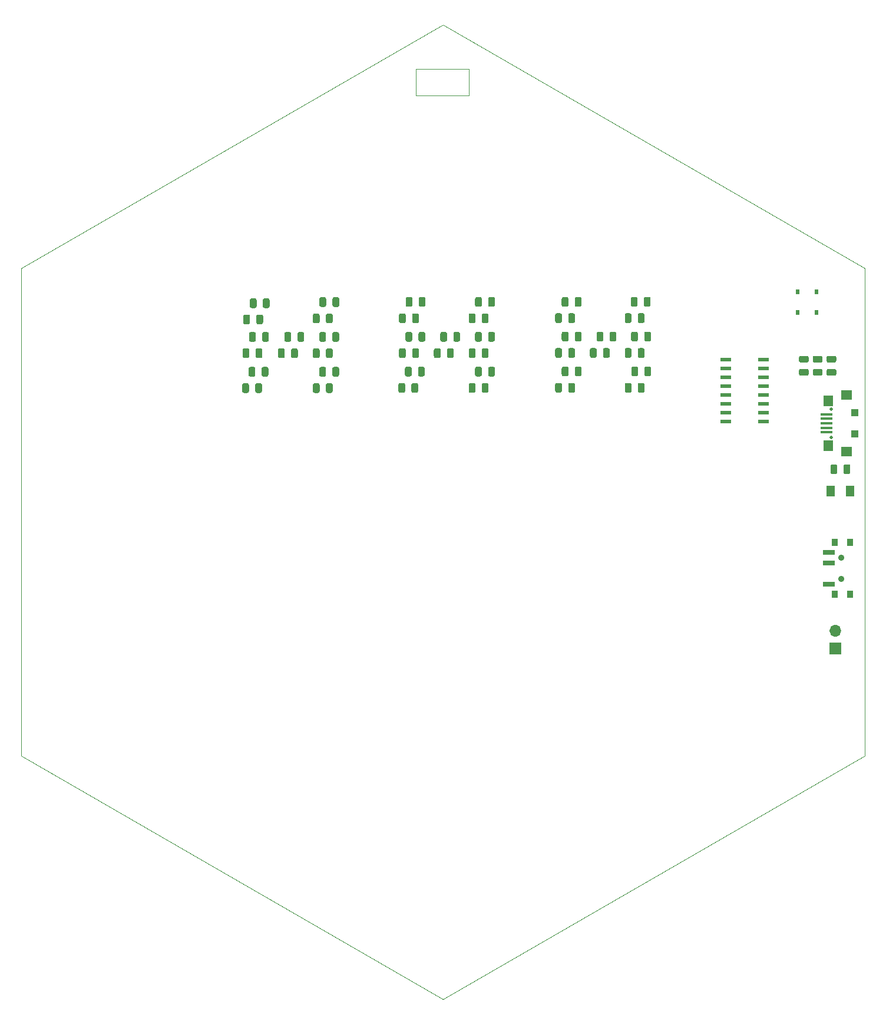
<source format=gbr>
G04 #@! TF.GenerationSoftware,KiCad,Pcbnew,(5.1.9)-1*
G04 #@! TF.CreationDate,2021-03-01T10:33:25-06:00*
G04 #@! TF.ProjectId,altbier_pcb_3d6,616c7462-6965-4725-9f70-63625f336436,1*
G04 #@! TF.SameCoordinates,Original*
G04 #@! TF.FileFunction,Soldermask,Top*
G04 #@! TF.FilePolarity,Negative*
%FSLAX46Y46*%
G04 Gerber Fmt 4.6, Leading zero omitted, Abs format (unit mm)*
G04 Created by KiCad (PCBNEW (5.1.9)-1) date 2021-03-01 10:33:25*
%MOMM*%
%LPD*%
G01*
G04 APERTURE LIST*
G04 #@! TA.AperFunction,Profile*
%ADD10C,0.100000*%
G04 #@! TD*
G04 #@! TA.AperFunction,Profile*
%ADD11C,0.050000*%
G04 #@! TD*
%ADD12R,1.250000X1.500000*%
%ADD13R,1.700000X1.700000*%
%ADD14O,1.700000X1.700000*%
%ADD15C,0.900000*%
%ADD16R,1.700000X0.700000*%
%ADD17R,0.900000X1.000000*%
%ADD18R,1.500000X0.600000*%
%ADD19R,1.000000X1.100000*%
%ADD20R,1.500000X1.350000*%
%ADD21C,0.500000*%
%ADD22R,1.800000X0.400000*%
%ADD23R,1.400000X1.500000*%
%ADD24R,0.600000X0.750000*%
G04 APERTURE END LIST*
D10*
X151104600Y-29286200D02*
X151104600Y-33096200D01*
X143484600Y-29286200D02*
X151104600Y-29286200D01*
X143484600Y-33096200D02*
X143484600Y-29286200D01*
X151104600Y-33096200D02*
X143484600Y-33096200D01*
D11*
X86741000Y-57889000D02*
X147362778Y-22889000D01*
X147362778Y-162889000D02*
X207984556Y-127889000D01*
X207984556Y-57889000D02*
X147362778Y-22889000D01*
X147362778Y-162889000D02*
X86741000Y-127889000D01*
X86741000Y-57889000D02*
X86741000Y-127889000D01*
X207984556Y-57889000D02*
X207984556Y-127889000D01*
D12*
G04 #@! TO.C,SW2*
X205870000Y-89916000D03*
X203070000Y-89916000D03*
G04 #@! TD*
D13*
G04 #@! TO.C,J2*
X203708000Y-112522000D03*
D14*
X203708000Y-109982000D03*
G04 #@! TD*
G04 #@! TO.C,C1*
G36*
G01*
X201649650Y-71432000D02*
X200737150Y-71432000D01*
G75*
G02*
X200493400Y-71188250I0J243750D01*
G01*
X200493400Y-70700750D01*
G75*
G02*
X200737150Y-70457000I243750J0D01*
G01*
X201649650Y-70457000D01*
G75*
G02*
X201893400Y-70700750I0J-243750D01*
G01*
X201893400Y-71188250D01*
G75*
G02*
X201649650Y-71432000I-243750J0D01*
G01*
G37*
G36*
G01*
X201649650Y-73307000D02*
X200737150Y-73307000D01*
G75*
G02*
X200493400Y-73063250I0J243750D01*
G01*
X200493400Y-72575750D01*
G75*
G02*
X200737150Y-72332000I243750J0D01*
G01*
X201649650Y-72332000D01*
G75*
G02*
X201893400Y-72575750I0J-243750D01*
G01*
X201893400Y-73063250D01*
G75*
G02*
X201649650Y-73307000I-243750J0D01*
G01*
G37*
G04 #@! TD*
G04 #@! TO.C,C2*
G36*
G01*
X199668450Y-71432000D02*
X198755950Y-71432000D01*
G75*
G02*
X198512200Y-71188250I0J243750D01*
G01*
X198512200Y-70700750D01*
G75*
G02*
X198755950Y-70457000I243750J0D01*
G01*
X199668450Y-70457000D01*
G75*
G02*
X199912200Y-70700750I0J-243750D01*
G01*
X199912200Y-71188250D01*
G75*
G02*
X199668450Y-71432000I-243750J0D01*
G01*
G37*
G36*
G01*
X199668450Y-73307000D02*
X198755950Y-73307000D01*
G75*
G02*
X198512200Y-73063250I0J243750D01*
G01*
X198512200Y-72575750D01*
G75*
G02*
X198755950Y-72332000I243750J0D01*
G01*
X199668450Y-72332000D01*
G75*
G02*
X199912200Y-72575750I0J-243750D01*
G01*
X199912200Y-73063250D01*
G75*
G02*
X199668450Y-73307000I-243750J0D01*
G01*
G37*
G04 #@! TD*
G04 #@! TO.C,R2*
G36*
G01*
X204920000Y-87197250D02*
X204920000Y-86284750D01*
G75*
G02*
X205163750Y-86041000I243750J0D01*
G01*
X205651250Y-86041000D01*
G75*
G02*
X205895000Y-86284750I0J-243750D01*
G01*
X205895000Y-87197250D01*
G75*
G02*
X205651250Y-87441000I-243750J0D01*
G01*
X205163750Y-87441000D01*
G75*
G02*
X204920000Y-87197250I0J243750D01*
G01*
G37*
G36*
G01*
X203045000Y-87197250D02*
X203045000Y-86284750D01*
G75*
G02*
X203288750Y-86041000I243750J0D01*
G01*
X203776250Y-86041000D01*
G75*
G02*
X204020000Y-86284750I0J-243750D01*
G01*
X204020000Y-87197250D01*
G75*
G02*
X203776250Y-87441000I-243750J0D01*
G01*
X203288750Y-87441000D01*
G75*
G02*
X203045000Y-87197250I0J243750D01*
G01*
G37*
G04 #@! TD*
G04 #@! TO.C,R3*
G36*
G01*
X203630850Y-71432000D02*
X202718350Y-71432000D01*
G75*
G02*
X202474600Y-71188250I0J243750D01*
G01*
X202474600Y-70700750D01*
G75*
G02*
X202718350Y-70457000I243750J0D01*
G01*
X203630850Y-70457000D01*
G75*
G02*
X203874600Y-70700750I0J-243750D01*
G01*
X203874600Y-71188250D01*
G75*
G02*
X203630850Y-71432000I-243750J0D01*
G01*
G37*
G36*
G01*
X203630850Y-73307000D02*
X202718350Y-73307000D01*
G75*
G02*
X202474600Y-73063250I0J243750D01*
G01*
X202474600Y-72575750D01*
G75*
G02*
X202718350Y-72332000I243750J0D01*
G01*
X203630850Y-72332000D01*
G75*
G02*
X203874600Y-72575750I0J-243750D01*
G01*
X203874600Y-73063250D01*
G75*
G02*
X203630850Y-73307000I-243750J0D01*
G01*
G37*
G04 #@! TD*
G04 #@! TO.C,R11*
G36*
G01*
X121455600Y-63346650D02*
X121455600Y-62434150D01*
G75*
G02*
X121699350Y-62190400I243750J0D01*
G01*
X122186850Y-62190400D01*
G75*
G02*
X122430600Y-62434150I0J-243750D01*
G01*
X122430600Y-63346650D01*
G75*
G02*
X122186850Y-63590400I-243750J0D01*
G01*
X121699350Y-63590400D01*
G75*
G02*
X121455600Y-63346650I0J243750D01*
G01*
G37*
G36*
G01*
X119580600Y-63346650D02*
X119580600Y-62434150D01*
G75*
G02*
X119824350Y-62190400I243750J0D01*
G01*
X120311850Y-62190400D01*
G75*
G02*
X120555600Y-62434150I0J-243750D01*
G01*
X120555600Y-63346650D01*
G75*
G02*
X120311850Y-63590400I-243750J0D01*
G01*
X119824350Y-63590400D01*
G75*
G02*
X119580600Y-63346650I0J243750D01*
G01*
G37*
G04 #@! TD*
G04 #@! TO.C,R12*
G36*
G01*
X131437800Y-73201850D02*
X131437800Y-72289350D01*
G75*
G02*
X131681550Y-72045600I243750J0D01*
G01*
X132169050Y-72045600D01*
G75*
G02*
X132412800Y-72289350I0J-243750D01*
G01*
X132412800Y-73201850D01*
G75*
G02*
X132169050Y-73445600I-243750J0D01*
G01*
X131681550Y-73445600D01*
G75*
G02*
X131437800Y-73201850I0J243750D01*
G01*
G37*
G36*
G01*
X129562800Y-73201850D02*
X129562800Y-72289350D01*
G75*
G02*
X129806550Y-72045600I243750J0D01*
G01*
X130294050Y-72045600D01*
G75*
G02*
X130537800Y-72289350I0J-243750D01*
G01*
X130537800Y-73201850D01*
G75*
G02*
X130294050Y-73445600I-243750J0D01*
G01*
X129806550Y-73445600D01*
G75*
G02*
X129562800Y-73201850I0J243750D01*
G01*
G37*
G04 #@! TD*
G04 #@! TO.C,R13*
G36*
G01*
X121354000Y-68198050D02*
X121354000Y-67285550D01*
G75*
G02*
X121597750Y-67041800I243750J0D01*
G01*
X122085250Y-67041800D01*
G75*
G02*
X122329000Y-67285550I0J-243750D01*
G01*
X122329000Y-68198050D01*
G75*
G02*
X122085250Y-68441800I-243750J0D01*
G01*
X121597750Y-68441800D01*
G75*
G02*
X121354000Y-68198050I0J243750D01*
G01*
G37*
G36*
G01*
X119479000Y-68198050D02*
X119479000Y-67285550D01*
G75*
G02*
X119722750Y-67041800I243750J0D01*
G01*
X120210250Y-67041800D01*
G75*
G02*
X120454000Y-67285550I0J-243750D01*
G01*
X120454000Y-68198050D01*
G75*
G02*
X120210250Y-68441800I-243750J0D01*
G01*
X119722750Y-68441800D01*
G75*
G02*
X119479000Y-68198050I0J243750D01*
G01*
G37*
G04 #@! TD*
G04 #@! TO.C,R14*
G36*
G01*
X131437800Y-68198050D02*
X131437800Y-67285550D01*
G75*
G02*
X131681550Y-67041800I243750J0D01*
G01*
X132169050Y-67041800D01*
G75*
G02*
X132412800Y-67285550I0J-243750D01*
G01*
X132412800Y-68198050D01*
G75*
G02*
X132169050Y-68441800I-243750J0D01*
G01*
X131681550Y-68441800D01*
G75*
G02*
X131437800Y-68198050I0J243750D01*
G01*
G37*
G36*
G01*
X129562800Y-68198050D02*
X129562800Y-67285550D01*
G75*
G02*
X129806550Y-67041800I243750J0D01*
G01*
X130294050Y-67041800D01*
G75*
G02*
X130537800Y-67285550I0J-243750D01*
G01*
X130537800Y-68198050D01*
G75*
G02*
X130294050Y-68441800I-243750J0D01*
G01*
X129806550Y-68441800D01*
G75*
G02*
X129562800Y-68198050I0J243750D01*
G01*
G37*
G04 #@! TD*
G04 #@! TO.C,R15*
G36*
G01*
X121277800Y-73201850D02*
X121277800Y-72289350D01*
G75*
G02*
X121521550Y-72045600I243750J0D01*
G01*
X122009050Y-72045600D01*
G75*
G02*
X122252800Y-72289350I0J-243750D01*
G01*
X122252800Y-73201850D01*
G75*
G02*
X122009050Y-73445600I-243750J0D01*
G01*
X121521550Y-73445600D01*
G75*
G02*
X121277800Y-73201850I0J243750D01*
G01*
G37*
G36*
G01*
X119402800Y-73201850D02*
X119402800Y-72289350D01*
G75*
G02*
X119646550Y-72045600I243750J0D01*
G01*
X120134050Y-72045600D01*
G75*
G02*
X120377800Y-72289350I0J-243750D01*
G01*
X120377800Y-73201850D01*
G75*
G02*
X120134050Y-73445600I-243750J0D01*
G01*
X119646550Y-73445600D01*
G75*
G02*
X119402800Y-73201850I0J243750D01*
G01*
G37*
G04 #@! TD*
G04 #@! TO.C,R16*
G36*
G01*
X131463200Y-63194250D02*
X131463200Y-62281750D01*
G75*
G02*
X131706950Y-62038000I243750J0D01*
G01*
X132194450Y-62038000D01*
G75*
G02*
X132438200Y-62281750I0J-243750D01*
G01*
X132438200Y-63194250D01*
G75*
G02*
X132194450Y-63438000I-243750J0D01*
G01*
X131706950Y-63438000D01*
G75*
G02*
X131463200Y-63194250I0J243750D01*
G01*
G37*
G36*
G01*
X129588200Y-63194250D02*
X129588200Y-62281750D01*
G75*
G02*
X129831950Y-62038000I243750J0D01*
G01*
X130319450Y-62038000D01*
G75*
G02*
X130563200Y-62281750I0J-243750D01*
G01*
X130563200Y-63194250D01*
G75*
G02*
X130319450Y-63438000I-243750J0D01*
G01*
X129831950Y-63438000D01*
G75*
G02*
X129588200Y-63194250I0J243750D01*
G01*
G37*
G04 #@! TD*
G04 #@! TO.C,R17*
G36*
G01*
X126434000Y-68198050D02*
X126434000Y-67285550D01*
G75*
G02*
X126677750Y-67041800I243750J0D01*
G01*
X127165250Y-67041800D01*
G75*
G02*
X127409000Y-67285550I0J-243750D01*
G01*
X127409000Y-68198050D01*
G75*
G02*
X127165250Y-68441800I-243750J0D01*
G01*
X126677750Y-68441800D01*
G75*
G02*
X126434000Y-68198050I0J243750D01*
G01*
G37*
G36*
G01*
X124559000Y-68198050D02*
X124559000Y-67285550D01*
G75*
G02*
X124802750Y-67041800I243750J0D01*
G01*
X125290250Y-67041800D01*
G75*
G02*
X125534000Y-67285550I0J-243750D01*
G01*
X125534000Y-68198050D01*
G75*
G02*
X125290250Y-68441800I-243750J0D01*
G01*
X124802750Y-68441800D01*
G75*
G02*
X124559000Y-68198050I0J243750D01*
G01*
G37*
G04 #@! TD*
G04 #@! TO.C,R21*
G36*
G01*
X143858400Y-63168850D02*
X143858400Y-62256350D01*
G75*
G02*
X144102150Y-62012600I243750J0D01*
G01*
X144589650Y-62012600D01*
G75*
G02*
X144833400Y-62256350I0J-243750D01*
G01*
X144833400Y-63168850D01*
G75*
G02*
X144589650Y-63412600I-243750J0D01*
G01*
X144102150Y-63412600D01*
G75*
G02*
X143858400Y-63168850I0J243750D01*
G01*
G37*
G36*
G01*
X141983400Y-63168850D02*
X141983400Y-62256350D01*
G75*
G02*
X142227150Y-62012600I243750J0D01*
G01*
X142714650Y-62012600D01*
G75*
G02*
X142958400Y-62256350I0J-243750D01*
G01*
X142958400Y-63168850D01*
G75*
G02*
X142714650Y-63412600I-243750J0D01*
G01*
X142227150Y-63412600D01*
G75*
G02*
X141983400Y-63168850I0J243750D01*
G01*
G37*
G04 #@! TD*
G04 #@! TO.C,R22*
G36*
G01*
X153840600Y-73176450D02*
X153840600Y-72263950D01*
G75*
G02*
X154084350Y-72020200I243750J0D01*
G01*
X154571850Y-72020200D01*
G75*
G02*
X154815600Y-72263950I0J-243750D01*
G01*
X154815600Y-73176450D01*
G75*
G02*
X154571850Y-73420200I-243750J0D01*
G01*
X154084350Y-73420200D01*
G75*
G02*
X153840600Y-73176450I0J243750D01*
G01*
G37*
G36*
G01*
X151965600Y-73176450D02*
X151965600Y-72263950D01*
G75*
G02*
X152209350Y-72020200I243750J0D01*
G01*
X152696850Y-72020200D01*
G75*
G02*
X152940600Y-72263950I0J-243750D01*
G01*
X152940600Y-73176450D01*
G75*
G02*
X152696850Y-73420200I-243750J0D01*
G01*
X152209350Y-73420200D01*
G75*
G02*
X151965600Y-73176450I0J243750D01*
G01*
G37*
G04 #@! TD*
G04 #@! TO.C,R23*
G36*
G01*
X143833000Y-68172650D02*
X143833000Y-67260150D01*
G75*
G02*
X144076750Y-67016400I243750J0D01*
G01*
X144564250Y-67016400D01*
G75*
G02*
X144808000Y-67260150I0J-243750D01*
G01*
X144808000Y-68172650D01*
G75*
G02*
X144564250Y-68416400I-243750J0D01*
G01*
X144076750Y-68416400D01*
G75*
G02*
X143833000Y-68172650I0J243750D01*
G01*
G37*
G36*
G01*
X141958000Y-68172650D02*
X141958000Y-67260150D01*
G75*
G02*
X142201750Y-67016400I243750J0D01*
G01*
X142689250Y-67016400D01*
G75*
G02*
X142933000Y-67260150I0J-243750D01*
G01*
X142933000Y-68172650D01*
G75*
G02*
X142689250Y-68416400I-243750J0D01*
G01*
X142201750Y-68416400D01*
G75*
G02*
X141958000Y-68172650I0J243750D01*
G01*
G37*
G04 #@! TD*
G04 #@! TO.C,R24*
G36*
G01*
X153840600Y-68172650D02*
X153840600Y-67260150D01*
G75*
G02*
X154084350Y-67016400I243750J0D01*
G01*
X154571850Y-67016400D01*
G75*
G02*
X154815600Y-67260150I0J-243750D01*
G01*
X154815600Y-68172650D01*
G75*
G02*
X154571850Y-68416400I-243750J0D01*
G01*
X154084350Y-68416400D01*
G75*
G02*
X153840600Y-68172650I0J243750D01*
G01*
G37*
G36*
G01*
X151965600Y-68172650D02*
X151965600Y-67260150D01*
G75*
G02*
X152209350Y-67016400I243750J0D01*
G01*
X152696850Y-67016400D01*
G75*
G02*
X152940600Y-67260150I0J-243750D01*
G01*
X152940600Y-68172650D01*
G75*
G02*
X152696850Y-68416400I-243750J0D01*
G01*
X152209350Y-68416400D01*
G75*
G02*
X151965600Y-68172650I0J243750D01*
G01*
G37*
G04 #@! TD*
G04 #@! TO.C,R25*
G36*
G01*
X143756800Y-73176450D02*
X143756800Y-72263950D01*
G75*
G02*
X144000550Y-72020200I243750J0D01*
G01*
X144488050Y-72020200D01*
G75*
G02*
X144731800Y-72263950I0J-243750D01*
G01*
X144731800Y-73176450D01*
G75*
G02*
X144488050Y-73420200I-243750J0D01*
G01*
X144000550Y-73420200D01*
G75*
G02*
X143756800Y-73176450I0J243750D01*
G01*
G37*
G36*
G01*
X141881800Y-73176450D02*
X141881800Y-72263950D01*
G75*
G02*
X142125550Y-72020200I243750J0D01*
G01*
X142613050Y-72020200D01*
G75*
G02*
X142856800Y-72263950I0J-243750D01*
G01*
X142856800Y-73176450D01*
G75*
G02*
X142613050Y-73420200I-243750J0D01*
G01*
X142125550Y-73420200D01*
G75*
G02*
X141881800Y-73176450I0J243750D01*
G01*
G37*
G04 #@! TD*
G04 #@! TO.C,R26*
G36*
G01*
X153840600Y-63168850D02*
X153840600Y-62256350D01*
G75*
G02*
X154084350Y-62012600I243750J0D01*
G01*
X154571850Y-62012600D01*
G75*
G02*
X154815600Y-62256350I0J-243750D01*
G01*
X154815600Y-63168850D01*
G75*
G02*
X154571850Y-63412600I-243750J0D01*
G01*
X154084350Y-63412600D01*
G75*
G02*
X153840600Y-63168850I0J243750D01*
G01*
G37*
G36*
G01*
X151965600Y-63168850D02*
X151965600Y-62256350D01*
G75*
G02*
X152209350Y-62012600I243750J0D01*
G01*
X152696850Y-62012600D01*
G75*
G02*
X152940600Y-62256350I0J-243750D01*
G01*
X152940600Y-63168850D01*
G75*
G02*
X152696850Y-63412600I-243750J0D01*
G01*
X152209350Y-63412600D01*
G75*
G02*
X151965600Y-63168850I0J243750D01*
G01*
G37*
G04 #@! TD*
G04 #@! TO.C,R27*
G36*
G01*
X148836800Y-68172650D02*
X148836800Y-67260150D01*
G75*
G02*
X149080550Y-67016400I243750J0D01*
G01*
X149568050Y-67016400D01*
G75*
G02*
X149811800Y-67260150I0J-243750D01*
G01*
X149811800Y-68172650D01*
G75*
G02*
X149568050Y-68416400I-243750J0D01*
G01*
X149080550Y-68416400D01*
G75*
G02*
X148836800Y-68172650I0J243750D01*
G01*
G37*
G36*
G01*
X146961800Y-68172650D02*
X146961800Y-67260150D01*
G75*
G02*
X147205550Y-67016400I243750J0D01*
G01*
X147693050Y-67016400D01*
G75*
G02*
X147936800Y-67260150I0J-243750D01*
G01*
X147936800Y-68172650D01*
G75*
G02*
X147693050Y-68416400I-243750J0D01*
G01*
X147205550Y-68416400D01*
G75*
G02*
X146961800Y-68172650I0J243750D01*
G01*
G37*
G04 #@! TD*
G04 #@! TO.C,R31*
G36*
G01*
X166286600Y-63168850D02*
X166286600Y-62256350D01*
G75*
G02*
X166530350Y-62012600I243750J0D01*
G01*
X167017850Y-62012600D01*
G75*
G02*
X167261600Y-62256350I0J-243750D01*
G01*
X167261600Y-63168850D01*
G75*
G02*
X167017850Y-63412600I-243750J0D01*
G01*
X166530350Y-63412600D01*
G75*
G02*
X166286600Y-63168850I0J243750D01*
G01*
G37*
G36*
G01*
X164411600Y-63168850D02*
X164411600Y-62256350D01*
G75*
G02*
X164655350Y-62012600I243750J0D01*
G01*
X165142850Y-62012600D01*
G75*
G02*
X165386600Y-62256350I0J-243750D01*
G01*
X165386600Y-63168850D01*
G75*
G02*
X165142850Y-63412600I-243750J0D01*
G01*
X164655350Y-63412600D01*
G75*
G02*
X164411600Y-63168850I0J243750D01*
G01*
G37*
G04 #@! TD*
G04 #@! TO.C,R32*
G36*
G01*
X176294200Y-73151050D02*
X176294200Y-72238550D01*
G75*
G02*
X176537950Y-71994800I243750J0D01*
G01*
X177025450Y-71994800D01*
G75*
G02*
X177269200Y-72238550I0J-243750D01*
G01*
X177269200Y-73151050D01*
G75*
G02*
X177025450Y-73394800I-243750J0D01*
G01*
X176537950Y-73394800D01*
G75*
G02*
X176294200Y-73151050I0J243750D01*
G01*
G37*
G36*
G01*
X174419200Y-73151050D02*
X174419200Y-72238550D01*
G75*
G02*
X174662950Y-71994800I243750J0D01*
G01*
X175150450Y-71994800D01*
G75*
G02*
X175394200Y-72238550I0J-243750D01*
G01*
X175394200Y-73151050D01*
G75*
G02*
X175150450Y-73394800I-243750J0D01*
G01*
X174662950Y-73394800D01*
G75*
G02*
X174419200Y-73151050I0J243750D01*
G01*
G37*
G04 #@! TD*
G04 #@! TO.C,R33*
G36*
G01*
X166286600Y-68147250D02*
X166286600Y-67234750D01*
G75*
G02*
X166530350Y-66991000I243750J0D01*
G01*
X167017850Y-66991000D01*
G75*
G02*
X167261600Y-67234750I0J-243750D01*
G01*
X167261600Y-68147250D01*
G75*
G02*
X167017850Y-68391000I-243750J0D01*
G01*
X166530350Y-68391000D01*
G75*
G02*
X166286600Y-68147250I0J243750D01*
G01*
G37*
G36*
G01*
X164411600Y-68147250D02*
X164411600Y-67234750D01*
G75*
G02*
X164655350Y-66991000I243750J0D01*
G01*
X165142850Y-66991000D01*
G75*
G02*
X165386600Y-67234750I0J-243750D01*
G01*
X165386600Y-68147250D01*
G75*
G02*
X165142850Y-68391000I-243750J0D01*
G01*
X164655350Y-68391000D01*
G75*
G02*
X164411600Y-68147250I0J243750D01*
G01*
G37*
G04 #@! TD*
G04 #@! TO.C,R34*
G36*
G01*
X176268800Y-68147250D02*
X176268800Y-67234750D01*
G75*
G02*
X176512550Y-66991000I243750J0D01*
G01*
X177000050Y-66991000D01*
G75*
G02*
X177243800Y-67234750I0J-243750D01*
G01*
X177243800Y-68147250D01*
G75*
G02*
X177000050Y-68391000I-243750J0D01*
G01*
X176512550Y-68391000D01*
G75*
G02*
X176268800Y-68147250I0J243750D01*
G01*
G37*
G36*
G01*
X174393800Y-68147250D02*
X174393800Y-67234750D01*
G75*
G02*
X174637550Y-66991000I243750J0D01*
G01*
X175125050Y-66991000D01*
G75*
G02*
X175368800Y-67234750I0J-243750D01*
G01*
X175368800Y-68147250D01*
G75*
G02*
X175125050Y-68391000I-243750J0D01*
G01*
X174637550Y-68391000D01*
G75*
G02*
X174393800Y-68147250I0J243750D01*
G01*
G37*
G04 #@! TD*
G04 #@! TO.C,R35*
G36*
G01*
X165386600Y-72238550D02*
X165386600Y-73151050D01*
G75*
G02*
X165142850Y-73394800I-243750J0D01*
G01*
X164655350Y-73394800D01*
G75*
G02*
X164411600Y-73151050I0J243750D01*
G01*
X164411600Y-72238550D01*
G75*
G02*
X164655350Y-71994800I243750J0D01*
G01*
X165142850Y-71994800D01*
G75*
G02*
X165386600Y-72238550I0J-243750D01*
G01*
G37*
G36*
G01*
X167261600Y-72238550D02*
X167261600Y-73151050D01*
G75*
G02*
X167017850Y-73394800I-243750J0D01*
G01*
X166530350Y-73394800D01*
G75*
G02*
X166286600Y-73151050I0J243750D01*
G01*
X166286600Y-72238550D01*
G75*
G02*
X166530350Y-71994800I243750J0D01*
G01*
X167017850Y-71994800D01*
G75*
G02*
X167261600Y-72238550I0J-243750D01*
G01*
G37*
G04 #@! TD*
G04 #@! TO.C,R36*
G36*
G01*
X175318000Y-62230950D02*
X175318000Y-63143450D01*
G75*
G02*
X175074250Y-63387200I-243750J0D01*
G01*
X174586750Y-63387200D01*
G75*
G02*
X174343000Y-63143450I0J243750D01*
G01*
X174343000Y-62230950D01*
G75*
G02*
X174586750Y-61987200I243750J0D01*
G01*
X175074250Y-61987200D01*
G75*
G02*
X175318000Y-62230950I0J-243750D01*
G01*
G37*
G36*
G01*
X177193000Y-62230950D02*
X177193000Y-63143450D01*
G75*
G02*
X176949250Y-63387200I-243750J0D01*
G01*
X176461750Y-63387200D01*
G75*
G02*
X176218000Y-63143450I0J243750D01*
G01*
X176218000Y-62230950D01*
G75*
G02*
X176461750Y-61987200I243750J0D01*
G01*
X176949250Y-61987200D01*
G75*
G02*
X177193000Y-62230950I0J-243750D01*
G01*
G37*
G04 #@! TD*
G04 #@! TO.C,R37*
G36*
G01*
X171290400Y-68147250D02*
X171290400Y-67234750D01*
G75*
G02*
X171534150Y-66991000I243750J0D01*
G01*
X172021650Y-66991000D01*
G75*
G02*
X172265400Y-67234750I0J-243750D01*
G01*
X172265400Y-68147250D01*
G75*
G02*
X172021650Y-68391000I-243750J0D01*
G01*
X171534150Y-68391000D01*
G75*
G02*
X171290400Y-68147250I0J243750D01*
G01*
G37*
G36*
G01*
X169415400Y-68147250D02*
X169415400Y-67234750D01*
G75*
G02*
X169659150Y-66991000I243750J0D01*
G01*
X170146650Y-66991000D01*
G75*
G02*
X170390400Y-67234750I0J-243750D01*
G01*
X170390400Y-68147250D01*
G75*
G02*
X170146650Y-68391000I-243750J0D01*
G01*
X169659150Y-68391000D01*
G75*
G02*
X169415400Y-68147250I0J243750D01*
G01*
G37*
G04 #@! TD*
G04 #@! TO.C,D31*
G36*
G01*
X165351000Y-65499450D02*
X165351000Y-64586950D01*
G75*
G02*
X165594750Y-64343200I243750J0D01*
G01*
X166082250Y-64343200D01*
G75*
G02*
X166326000Y-64586950I0J-243750D01*
G01*
X166326000Y-65499450D01*
G75*
G02*
X166082250Y-65743200I-243750J0D01*
G01*
X165594750Y-65743200D01*
G75*
G02*
X165351000Y-65499450I0J243750D01*
G01*
G37*
G36*
G01*
X163476000Y-65499450D02*
X163476000Y-64586950D01*
G75*
G02*
X163719750Y-64343200I243750J0D01*
G01*
X164207250Y-64343200D01*
G75*
G02*
X164451000Y-64586950I0J-243750D01*
G01*
X164451000Y-65499450D01*
G75*
G02*
X164207250Y-65743200I-243750J0D01*
G01*
X163719750Y-65743200D01*
G75*
G02*
X163476000Y-65499450I0J243750D01*
G01*
G37*
G04 #@! TD*
G04 #@! TO.C,D32*
G36*
G01*
X175351000Y-75499450D02*
X175351000Y-74586950D01*
G75*
G02*
X175594750Y-74343200I243750J0D01*
G01*
X176082250Y-74343200D01*
G75*
G02*
X176326000Y-74586950I0J-243750D01*
G01*
X176326000Y-75499450D01*
G75*
G02*
X176082250Y-75743200I-243750J0D01*
G01*
X175594750Y-75743200D01*
G75*
G02*
X175351000Y-75499450I0J243750D01*
G01*
G37*
G36*
G01*
X173476000Y-75499450D02*
X173476000Y-74586950D01*
G75*
G02*
X173719750Y-74343200I243750J0D01*
G01*
X174207250Y-74343200D01*
G75*
G02*
X174451000Y-74586950I0J-243750D01*
G01*
X174451000Y-75499450D01*
G75*
G02*
X174207250Y-75743200I-243750J0D01*
G01*
X173719750Y-75743200D01*
G75*
G02*
X173476000Y-75499450I0J243750D01*
G01*
G37*
G04 #@! TD*
G04 #@! TO.C,D33*
G36*
G01*
X165351000Y-70499450D02*
X165351000Y-69586950D01*
G75*
G02*
X165594750Y-69343200I243750J0D01*
G01*
X166082250Y-69343200D01*
G75*
G02*
X166326000Y-69586950I0J-243750D01*
G01*
X166326000Y-70499450D01*
G75*
G02*
X166082250Y-70743200I-243750J0D01*
G01*
X165594750Y-70743200D01*
G75*
G02*
X165351000Y-70499450I0J243750D01*
G01*
G37*
G36*
G01*
X163476000Y-70499450D02*
X163476000Y-69586950D01*
G75*
G02*
X163719750Y-69343200I243750J0D01*
G01*
X164207250Y-69343200D01*
G75*
G02*
X164451000Y-69586950I0J-243750D01*
G01*
X164451000Y-70499450D01*
G75*
G02*
X164207250Y-70743200I-243750J0D01*
G01*
X163719750Y-70743200D01*
G75*
G02*
X163476000Y-70499450I0J243750D01*
G01*
G37*
G04 #@! TD*
G04 #@! TO.C,D34*
G36*
G01*
X175351000Y-70499450D02*
X175351000Y-69586950D01*
G75*
G02*
X175594750Y-69343200I243750J0D01*
G01*
X176082250Y-69343200D01*
G75*
G02*
X176326000Y-69586950I0J-243750D01*
G01*
X176326000Y-70499450D01*
G75*
G02*
X176082250Y-70743200I-243750J0D01*
G01*
X175594750Y-70743200D01*
G75*
G02*
X175351000Y-70499450I0J243750D01*
G01*
G37*
G36*
G01*
X173476000Y-70499450D02*
X173476000Y-69586950D01*
G75*
G02*
X173719750Y-69343200I243750J0D01*
G01*
X174207250Y-69343200D01*
G75*
G02*
X174451000Y-69586950I0J-243750D01*
G01*
X174451000Y-70499450D01*
G75*
G02*
X174207250Y-70743200I-243750J0D01*
G01*
X173719750Y-70743200D01*
G75*
G02*
X173476000Y-70499450I0J243750D01*
G01*
G37*
G04 #@! TD*
G04 #@! TO.C,D35*
G36*
G01*
X165351000Y-75499450D02*
X165351000Y-74586950D01*
G75*
G02*
X165594750Y-74343200I243750J0D01*
G01*
X166082250Y-74343200D01*
G75*
G02*
X166326000Y-74586950I0J-243750D01*
G01*
X166326000Y-75499450D01*
G75*
G02*
X166082250Y-75743200I-243750J0D01*
G01*
X165594750Y-75743200D01*
G75*
G02*
X165351000Y-75499450I0J243750D01*
G01*
G37*
G36*
G01*
X163476000Y-75499450D02*
X163476000Y-74586950D01*
G75*
G02*
X163719750Y-74343200I243750J0D01*
G01*
X164207250Y-74343200D01*
G75*
G02*
X164451000Y-74586950I0J-243750D01*
G01*
X164451000Y-75499450D01*
G75*
G02*
X164207250Y-75743200I-243750J0D01*
G01*
X163719750Y-75743200D01*
G75*
G02*
X163476000Y-75499450I0J243750D01*
G01*
G37*
G04 #@! TD*
G04 #@! TO.C,D36*
G36*
G01*
X175351000Y-65499450D02*
X175351000Y-64586950D01*
G75*
G02*
X175594750Y-64343200I243750J0D01*
G01*
X176082250Y-64343200D01*
G75*
G02*
X176326000Y-64586950I0J-243750D01*
G01*
X176326000Y-65499450D01*
G75*
G02*
X176082250Y-65743200I-243750J0D01*
G01*
X175594750Y-65743200D01*
G75*
G02*
X175351000Y-65499450I0J243750D01*
G01*
G37*
G36*
G01*
X173476000Y-65499450D02*
X173476000Y-64586950D01*
G75*
G02*
X173719750Y-64343200I243750J0D01*
G01*
X174207250Y-64343200D01*
G75*
G02*
X174451000Y-64586950I0J-243750D01*
G01*
X174451000Y-65499450D01*
G75*
G02*
X174207250Y-65743200I-243750J0D01*
G01*
X173719750Y-65743200D01*
G75*
G02*
X173476000Y-65499450I0J243750D01*
G01*
G37*
G04 #@! TD*
G04 #@! TO.C,D37*
G36*
G01*
X170351000Y-70499450D02*
X170351000Y-69586950D01*
G75*
G02*
X170594750Y-69343200I243750J0D01*
G01*
X171082250Y-69343200D01*
G75*
G02*
X171326000Y-69586950I0J-243750D01*
G01*
X171326000Y-70499450D01*
G75*
G02*
X171082250Y-70743200I-243750J0D01*
G01*
X170594750Y-70743200D01*
G75*
G02*
X170351000Y-70499450I0J243750D01*
G01*
G37*
G36*
G01*
X168476000Y-70499450D02*
X168476000Y-69586950D01*
G75*
G02*
X168719750Y-69343200I243750J0D01*
G01*
X169207250Y-69343200D01*
G75*
G02*
X169451000Y-69586950I0J-243750D01*
G01*
X169451000Y-70499450D01*
G75*
G02*
X169207250Y-70743200I-243750J0D01*
G01*
X168719750Y-70743200D01*
G75*
G02*
X168476000Y-70499450I0J243750D01*
G01*
G37*
G04 #@! TD*
G04 #@! TO.C,D21*
G36*
G01*
X142913350Y-65522606D02*
X142913350Y-64610106D01*
G75*
G02*
X143157100Y-64366356I243750J0D01*
G01*
X143644600Y-64366356D01*
G75*
G02*
X143888350Y-64610106I0J-243750D01*
G01*
X143888350Y-65522606D01*
G75*
G02*
X143644600Y-65766356I-243750J0D01*
G01*
X143157100Y-65766356D01*
G75*
G02*
X142913350Y-65522606I0J243750D01*
G01*
G37*
G36*
G01*
X141038350Y-65522606D02*
X141038350Y-64610106D01*
G75*
G02*
X141282100Y-64366356I243750J0D01*
G01*
X141769600Y-64366356D01*
G75*
G02*
X142013350Y-64610106I0J-243750D01*
G01*
X142013350Y-65522606D01*
G75*
G02*
X141769600Y-65766356I-243750J0D01*
G01*
X141282100Y-65766356D01*
G75*
G02*
X141038350Y-65522606I0J243750D01*
G01*
G37*
G04 #@! TD*
G04 #@! TO.C,D22*
G36*
G01*
X152913350Y-75522606D02*
X152913350Y-74610106D01*
G75*
G02*
X153157100Y-74366356I243750J0D01*
G01*
X153644600Y-74366356D01*
G75*
G02*
X153888350Y-74610106I0J-243750D01*
G01*
X153888350Y-75522606D01*
G75*
G02*
X153644600Y-75766356I-243750J0D01*
G01*
X153157100Y-75766356D01*
G75*
G02*
X152913350Y-75522606I0J243750D01*
G01*
G37*
G36*
G01*
X151038350Y-75522606D02*
X151038350Y-74610106D01*
G75*
G02*
X151282100Y-74366356I243750J0D01*
G01*
X151769600Y-74366356D01*
G75*
G02*
X152013350Y-74610106I0J-243750D01*
G01*
X152013350Y-75522606D01*
G75*
G02*
X151769600Y-75766356I-243750J0D01*
G01*
X151282100Y-75766356D01*
G75*
G02*
X151038350Y-75522606I0J243750D01*
G01*
G37*
G04 #@! TD*
G04 #@! TO.C,D23*
G36*
G01*
X142913350Y-70522606D02*
X142913350Y-69610106D01*
G75*
G02*
X143157100Y-69366356I243750J0D01*
G01*
X143644600Y-69366356D01*
G75*
G02*
X143888350Y-69610106I0J-243750D01*
G01*
X143888350Y-70522606D01*
G75*
G02*
X143644600Y-70766356I-243750J0D01*
G01*
X143157100Y-70766356D01*
G75*
G02*
X142913350Y-70522606I0J243750D01*
G01*
G37*
G36*
G01*
X141038350Y-70522606D02*
X141038350Y-69610106D01*
G75*
G02*
X141282100Y-69366356I243750J0D01*
G01*
X141769600Y-69366356D01*
G75*
G02*
X142013350Y-69610106I0J-243750D01*
G01*
X142013350Y-70522606D01*
G75*
G02*
X141769600Y-70766356I-243750J0D01*
G01*
X141282100Y-70766356D01*
G75*
G02*
X141038350Y-70522606I0J243750D01*
G01*
G37*
G04 #@! TD*
G04 #@! TO.C,D24*
G36*
G01*
X152913350Y-70522606D02*
X152913350Y-69610106D01*
G75*
G02*
X153157100Y-69366356I243750J0D01*
G01*
X153644600Y-69366356D01*
G75*
G02*
X153888350Y-69610106I0J-243750D01*
G01*
X153888350Y-70522606D01*
G75*
G02*
X153644600Y-70766356I-243750J0D01*
G01*
X153157100Y-70766356D01*
G75*
G02*
X152913350Y-70522606I0J243750D01*
G01*
G37*
G36*
G01*
X151038350Y-70522606D02*
X151038350Y-69610106D01*
G75*
G02*
X151282100Y-69366356I243750J0D01*
G01*
X151769600Y-69366356D01*
G75*
G02*
X152013350Y-69610106I0J-243750D01*
G01*
X152013350Y-70522606D01*
G75*
G02*
X151769600Y-70766356I-243750J0D01*
G01*
X151282100Y-70766356D01*
G75*
G02*
X151038350Y-70522606I0J243750D01*
G01*
G37*
G04 #@! TD*
G04 #@! TO.C,D25*
G36*
G01*
X142813350Y-75522606D02*
X142813350Y-74610106D01*
G75*
G02*
X143057100Y-74366356I243750J0D01*
G01*
X143544600Y-74366356D01*
G75*
G02*
X143788350Y-74610106I0J-243750D01*
G01*
X143788350Y-75522606D01*
G75*
G02*
X143544600Y-75766356I-243750J0D01*
G01*
X143057100Y-75766356D01*
G75*
G02*
X142813350Y-75522606I0J243750D01*
G01*
G37*
G36*
G01*
X140938350Y-75522606D02*
X140938350Y-74610106D01*
G75*
G02*
X141182100Y-74366356I243750J0D01*
G01*
X141669600Y-74366356D01*
G75*
G02*
X141913350Y-74610106I0J-243750D01*
G01*
X141913350Y-75522606D01*
G75*
G02*
X141669600Y-75766356I-243750J0D01*
G01*
X141182100Y-75766356D01*
G75*
G02*
X140938350Y-75522606I0J243750D01*
G01*
G37*
G04 #@! TD*
G04 #@! TO.C,D26*
G36*
G01*
X152913350Y-65522606D02*
X152913350Y-64610106D01*
G75*
G02*
X153157100Y-64366356I243750J0D01*
G01*
X153644600Y-64366356D01*
G75*
G02*
X153888350Y-64610106I0J-243750D01*
G01*
X153888350Y-65522606D01*
G75*
G02*
X153644600Y-65766356I-243750J0D01*
G01*
X153157100Y-65766356D01*
G75*
G02*
X152913350Y-65522606I0J243750D01*
G01*
G37*
G36*
G01*
X151038350Y-65522606D02*
X151038350Y-64610106D01*
G75*
G02*
X151282100Y-64366356I243750J0D01*
G01*
X151769600Y-64366356D01*
G75*
G02*
X152013350Y-64610106I0J-243750D01*
G01*
X152013350Y-65522606D01*
G75*
G02*
X151769600Y-65766356I-243750J0D01*
G01*
X151282100Y-65766356D01*
G75*
G02*
X151038350Y-65522606I0J243750D01*
G01*
G37*
G04 #@! TD*
G04 #@! TO.C,D27*
G36*
G01*
X147913350Y-70522606D02*
X147913350Y-69610106D01*
G75*
G02*
X148157100Y-69366356I243750J0D01*
G01*
X148644600Y-69366356D01*
G75*
G02*
X148888350Y-69610106I0J-243750D01*
G01*
X148888350Y-70522606D01*
G75*
G02*
X148644600Y-70766356I-243750J0D01*
G01*
X148157100Y-70766356D01*
G75*
G02*
X147913350Y-70522606I0J243750D01*
G01*
G37*
G36*
G01*
X146038350Y-70522606D02*
X146038350Y-69610106D01*
G75*
G02*
X146282100Y-69366356I243750J0D01*
G01*
X146769600Y-69366356D01*
G75*
G02*
X147013350Y-69610106I0J-243750D01*
G01*
X147013350Y-70522606D01*
G75*
G02*
X146769600Y-70766356I-243750J0D01*
G01*
X146282100Y-70766356D01*
G75*
G02*
X146038350Y-70522606I0J243750D01*
G01*
G37*
G04 #@! TD*
G04 #@! TO.C,D11*
G36*
G01*
X120517300Y-65687550D02*
X120517300Y-64775050D01*
G75*
G02*
X120761050Y-64531300I243750J0D01*
G01*
X121248550Y-64531300D01*
G75*
G02*
X121492300Y-64775050I0J-243750D01*
G01*
X121492300Y-65687550D01*
G75*
G02*
X121248550Y-65931300I-243750J0D01*
G01*
X120761050Y-65931300D01*
G75*
G02*
X120517300Y-65687550I0J243750D01*
G01*
G37*
G36*
G01*
X118642300Y-65687550D02*
X118642300Y-64775050D01*
G75*
G02*
X118886050Y-64531300I243750J0D01*
G01*
X119373550Y-64531300D01*
G75*
G02*
X119617300Y-64775050I0J-243750D01*
G01*
X119617300Y-65687550D01*
G75*
G02*
X119373550Y-65931300I-243750J0D01*
G01*
X118886050Y-65931300D01*
G75*
G02*
X118642300Y-65687550I0J243750D01*
G01*
G37*
G04 #@! TD*
G04 #@! TO.C,D12*
G36*
G01*
X130517300Y-75537550D02*
X130517300Y-74625050D01*
G75*
G02*
X130761050Y-74381300I243750J0D01*
G01*
X131248550Y-74381300D01*
G75*
G02*
X131492300Y-74625050I0J-243750D01*
G01*
X131492300Y-75537550D01*
G75*
G02*
X131248550Y-75781300I-243750J0D01*
G01*
X130761050Y-75781300D01*
G75*
G02*
X130517300Y-75537550I0J243750D01*
G01*
G37*
G36*
G01*
X128642300Y-75537550D02*
X128642300Y-74625050D01*
G75*
G02*
X128886050Y-74381300I243750J0D01*
G01*
X129373550Y-74381300D01*
G75*
G02*
X129617300Y-74625050I0J-243750D01*
G01*
X129617300Y-75537550D01*
G75*
G02*
X129373550Y-75781300I-243750J0D01*
G01*
X128886050Y-75781300D01*
G75*
G02*
X128642300Y-75537550I0J243750D01*
G01*
G37*
G04 #@! TD*
G04 #@! TO.C,D13*
G36*
G01*
X120417300Y-70537550D02*
X120417300Y-69625050D01*
G75*
G02*
X120661050Y-69381300I243750J0D01*
G01*
X121148550Y-69381300D01*
G75*
G02*
X121392300Y-69625050I0J-243750D01*
G01*
X121392300Y-70537550D01*
G75*
G02*
X121148550Y-70781300I-243750J0D01*
G01*
X120661050Y-70781300D01*
G75*
G02*
X120417300Y-70537550I0J243750D01*
G01*
G37*
G36*
G01*
X118542300Y-70537550D02*
X118542300Y-69625050D01*
G75*
G02*
X118786050Y-69381300I243750J0D01*
G01*
X119273550Y-69381300D01*
G75*
G02*
X119517300Y-69625050I0J-243750D01*
G01*
X119517300Y-70537550D01*
G75*
G02*
X119273550Y-70781300I-243750J0D01*
G01*
X118786050Y-70781300D01*
G75*
G02*
X118542300Y-70537550I0J243750D01*
G01*
G37*
G04 #@! TD*
G04 #@! TO.C,D14*
G36*
G01*
X130517300Y-70537550D02*
X130517300Y-69625050D01*
G75*
G02*
X130761050Y-69381300I243750J0D01*
G01*
X131248550Y-69381300D01*
G75*
G02*
X131492300Y-69625050I0J-243750D01*
G01*
X131492300Y-70537550D01*
G75*
G02*
X131248550Y-70781300I-243750J0D01*
G01*
X130761050Y-70781300D01*
G75*
G02*
X130517300Y-70537550I0J243750D01*
G01*
G37*
G36*
G01*
X128642300Y-70537550D02*
X128642300Y-69625050D01*
G75*
G02*
X128886050Y-69381300I243750J0D01*
G01*
X129373550Y-69381300D01*
G75*
G02*
X129617300Y-69625050I0J-243750D01*
G01*
X129617300Y-70537550D01*
G75*
G02*
X129373550Y-70781300I-243750J0D01*
G01*
X128886050Y-70781300D01*
G75*
G02*
X128642300Y-70537550I0J243750D01*
G01*
G37*
G04 #@! TD*
G04 #@! TO.C,D15*
G36*
G01*
X120367300Y-75537550D02*
X120367300Y-74625050D01*
G75*
G02*
X120611050Y-74381300I243750J0D01*
G01*
X121098550Y-74381300D01*
G75*
G02*
X121342300Y-74625050I0J-243750D01*
G01*
X121342300Y-75537550D01*
G75*
G02*
X121098550Y-75781300I-243750J0D01*
G01*
X120611050Y-75781300D01*
G75*
G02*
X120367300Y-75537550I0J243750D01*
G01*
G37*
G36*
G01*
X118492300Y-75537550D02*
X118492300Y-74625050D01*
G75*
G02*
X118736050Y-74381300I243750J0D01*
G01*
X119223550Y-74381300D01*
G75*
G02*
X119467300Y-74625050I0J-243750D01*
G01*
X119467300Y-75537550D01*
G75*
G02*
X119223550Y-75781300I-243750J0D01*
G01*
X118736050Y-75781300D01*
G75*
G02*
X118492300Y-75537550I0J243750D01*
G01*
G37*
G04 #@! TD*
G04 #@! TO.C,D16*
G36*
G01*
X130517300Y-65537550D02*
X130517300Y-64625050D01*
G75*
G02*
X130761050Y-64381300I243750J0D01*
G01*
X131248550Y-64381300D01*
G75*
G02*
X131492300Y-64625050I0J-243750D01*
G01*
X131492300Y-65537550D01*
G75*
G02*
X131248550Y-65781300I-243750J0D01*
G01*
X130761050Y-65781300D01*
G75*
G02*
X130517300Y-65537550I0J243750D01*
G01*
G37*
G36*
G01*
X128642300Y-65537550D02*
X128642300Y-64625050D01*
G75*
G02*
X128886050Y-64381300I243750J0D01*
G01*
X129373550Y-64381300D01*
G75*
G02*
X129617300Y-64625050I0J-243750D01*
G01*
X129617300Y-65537550D01*
G75*
G02*
X129373550Y-65781300I-243750J0D01*
G01*
X128886050Y-65781300D01*
G75*
G02*
X128642300Y-65537550I0J243750D01*
G01*
G37*
G04 #@! TD*
G04 #@! TO.C,D17*
G36*
G01*
X125517300Y-70537550D02*
X125517300Y-69625050D01*
G75*
G02*
X125761050Y-69381300I243750J0D01*
G01*
X126248550Y-69381300D01*
G75*
G02*
X126492300Y-69625050I0J-243750D01*
G01*
X126492300Y-70537550D01*
G75*
G02*
X126248550Y-70781300I-243750J0D01*
G01*
X125761050Y-70781300D01*
G75*
G02*
X125517300Y-70537550I0J243750D01*
G01*
G37*
G36*
G01*
X123642300Y-70537550D02*
X123642300Y-69625050D01*
G75*
G02*
X123886050Y-69381300I243750J0D01*
G01*
X124373550Y-69381300D01*
G75*
G02*
X124617300Y-69625050I0J-243750D01*
G01*
X124617300Y-70537550D01*
G75*
G02*
X124373550Y-70781300I-243750J0D01*
G01*
X123886050Y-70781300D01*
G75*
G02*
X123642300Y-70537550I0J243750D01*
G01*
G37*
G04 #@! TD*
D15*
G04 #@! TO.C,SW1*
X204627000Y-102465000D03*
X204627000Y-99465000D03*
D16*
X202767000Y-103215000D03*
X202767000Y-100215000D03*
X202767000Y-98715000D03*
D17*
X205827000Y-104665000D03*
X205827000Y-97265000D03*
X203617000Y-97265000D03*
X203617000Y-104665000D03*
G04 #@! TD*
D18*
G04 #@! TO.C,IC1*
X193428600Y-70993000D03*
X193428600Y-72263000D03*
X193428600Y-73533000D03*
X193428600Y-74803000D03*
X193428600Y-76073000D03*
X193428600Y-77343000D03*
X193428600Y-78613000D03*
X193428600Y-79883000D03*
X188028600Y-79883000D03*
X188028600Y-78613000D03*
X188028600Y-77343000D03*
X188028600Y-76073000D03*
X188028600Y-74803000D03*
X188028600Y-73533000D03*
X188028600Y-72263000D03*
X188028600Y-70993000D03*
G04 #@! TD*
D19*
G04 #@! TO.C,J1*
X206547000Y-78637000D03*
X206547000Y-81637000D03*
D20*
X205367000Y-76062000D03*
X205367000Y-84212000D03*
D21*
X203147000Y-78137000D03*
X203147000Y-82137000D03*
D22*
X202497000Y-78837000D03*
X202497000Y-81437000D03*
X202497000Y-79487000D03*
X202497000Y-80787000D03*
X202497000Y-80137000D03*
D23*
X202697000Y-76887000D03*
X202697000Y-83387000D03*
G04 #@! TD*
D24*
G04 #@! TO.C,SW3*
X198319400Y-64213000D03*
X198319400Y-61263000D03*
X201019400Y-64213000D03*
X201019400Y-61263000D03*
G04 #@! TD*
M02*

</source>
